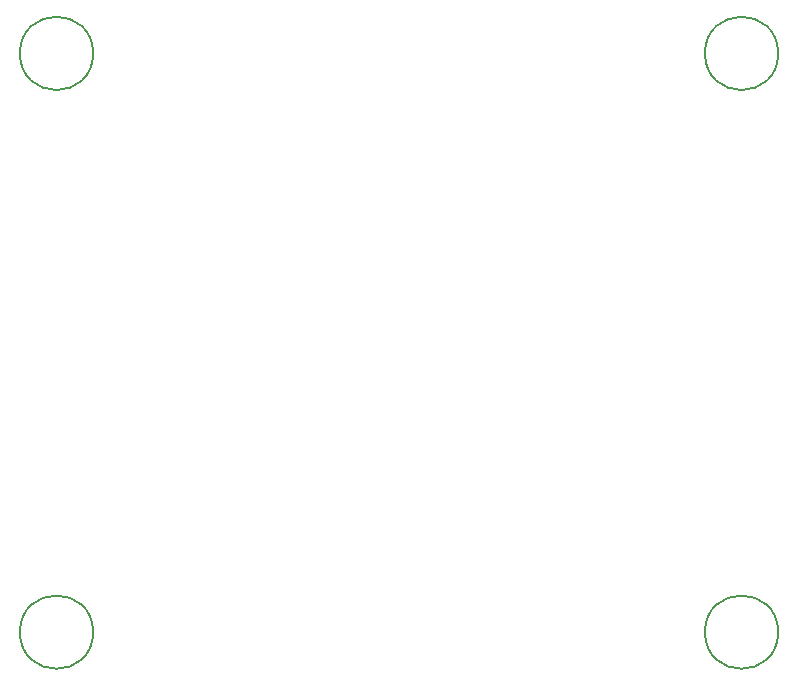
<source format=gbr>
%TF.GenerationSoftware,KiCad,Pcbnew,7.0.9-7.0.9~ubuntu23.04.1*%
%TF.CreationDate,2023-12-26T16:54:25+00:00*%
%TF.ProjectId,pedalboard-soundcard,70656461-6c62-46f6-9172-642d736f756e,0.0.1*%
%TF.SameCoordinates,Original*%
%TF.FileFunction,Other,User*%
%FSLAX46Y46*%
G04 Gerber Fmt 4.6, Leading zero omitted, Abs format (unit mm)*
G04 Created by KiCad (PCBNEW 7.0.9-7.0.9~ubuntu23.04.1) date 2023-12-26 16:54:25*
%MOMM*%
%LPD*%
G01*
G04 APERTURE LIST*
%ADD10C,0.150000*%
G04 APERTURE END LIST*
D10*
%TO.C,H4*%
X113100000Y-56000000D02*
G75*
G03*
X113100000Y-56000000I-3100000J0D01*
G01*
%TO.C,H3*%
X55100000Y-56000000D02*
G75*
G03*
X55100000Y-56000000I-3100000J0D01*
G01*
%TO.C,H1*%
X55100000Y-105000000D02*
G75*
G03*
X55100000Y-105000000I-3100000J0D01*
G01*
%TO.C,H2*%
X113100000Y-105000000D02*
G75*
G03*
X113100000Y-105000000I-3100000J0D01*
G01*
%TD*%
M02*

</source>
